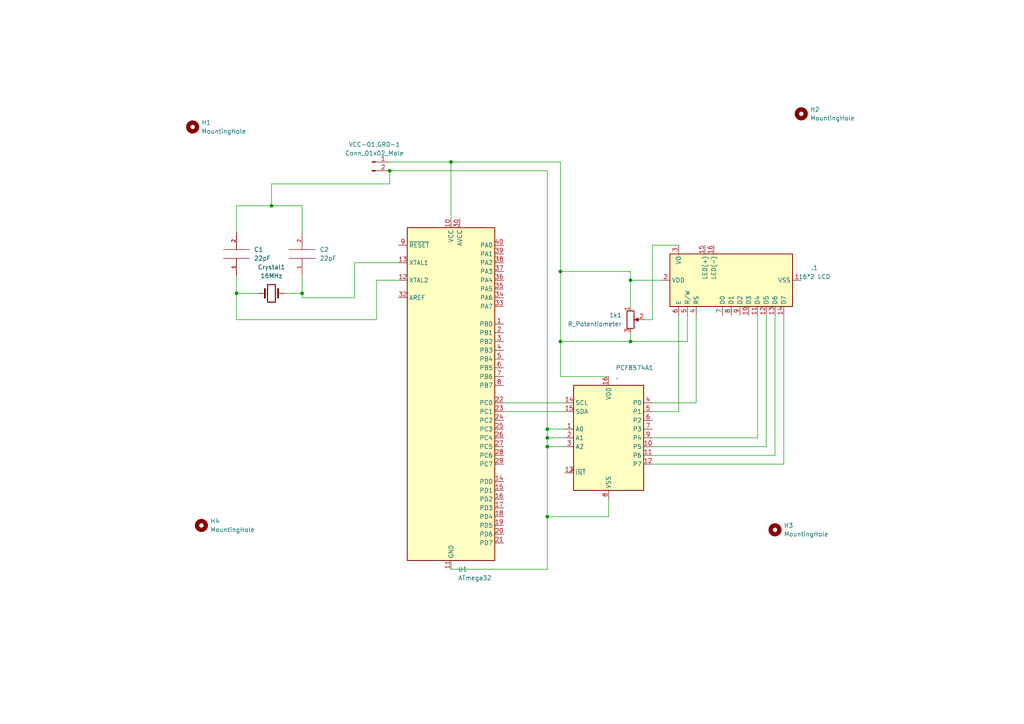
<source format=kicad_sch>
(kicad_sch (version 20211123) (generator eeschema)
  (paper "A4")
  (lib_symbols
    (symbol "Connector:Conn_01x02_Male" (pin_names (offset 1.016) hide)
      (property "Reference" "J" (at 0 2.54 0))
      (property "Value" "Conn_01x02_Male" (at 0 -5.08 0))
      (symbol "Conn_01x02_Male_1_1"
        (polyline (pts (xy 1.27 -2.54) (xy 0.8636 -2.54)) (stroke (width 0.1524)))
        (polyline (pts (xy 1.27 0) (xy 0.8636 0)) (stroke (width 0.1524)))
        (rectangle (start 0.8636 -2.413) (end 0 -2.667) (stroke (width 0.1524)) (fill (type outline)))
        (rectangle (start 0.8636 0.127) (end 0 -0.127) (stroke (width 0.1524)) (fill (type outline)))
        (pin passive line (at 5.08 0 180) (length 3.81) (name "Pin_1") (number "1"))
        (pin passive line (at 5.08 -2.54 180) (length 3.81) (name "Pin_2") (number "2"))
      )
    )
    (symbol "Device:Crystal" (pin_numbers hide) (pin_names (offset 1.016) hide)
      (property "Reference" "Y" (at 0 3.81 0))
      (property "Value" "Crystal" (at 0 -3.81 0))
      (symbol "Crystal_0_1"
        (rectangle (start -1.143 2.54) (end 1.143 -2.54) (stroke (width 0.3048)))
        (polyline (pts (xy -2.54 0) (xy -1.905 0)))
        (polyline (pts (xy -1.905 -1.27) (xy -1.905 1.27)) (stroke (width 0.508)))
        (polyline (pts (xy 1.905 -1.27) (xy 1.905 1.27)) (stroke (width 0.508)))
        (polyline (pts (xy 2.54 0) (xy 1.905 0)))
      )
      (symbol "Crystal_1_1"
        (pin passive line (at -3.81 0 0) (length 1.27) (name "1") (number "1"))
        (pin passive line (at 3.81 0 180) (length 1.27) (name "2") (number "2"))
      )
    )
    (symbol "Device:R_Potentiometer" (pin_names (offset 1.016) hide)
      (property "Reference" "RV" (at -4.445 0 90))
      (property "Value" "R_Potentiometer" (at -2.54 0 90))
      (symbol "R_Potentiometer_0_1"
        (polyline (pts (xy 2.54 0) (xy 1.524 0)))
        (polyline (pts (xy 1.143 0) (xy 2.286 0.508) (xy 2.286 -0.508) (xy 1.143 0)) (fill (type outline)))
        (rectangle (start 1.016 2.54) (end -1.016 -2.54) (stroke (width 0.254)))
      )
      (symbol "R_Potentiometer_1_1"
        (pin passive line (at 0 3.81 270) (length 1.27) (name "1") (number "1"))
        (pin passive line (at 3.81 0 180) (length 1.27) (name "2") (number "2"))
        (pin passive line (at 0 -3.81 90) (length 1.27) (name "3") (number "3"))
      )
    )
    (symbol "Display_Character:WC1602A"
      (property "Reference" "DS" (at -5.842 19.05 0))
      (property "Value" "WC1602A" (at 5.334 19.05 0))
      (symbol "WC1602A_1_1"
        (rectangle (start -7.62 17.78) (end 7.62 -17.78) (stroke (width 0.254)) (fill (type background)))
        (pin power_in line (at 0 -20.32 90) (length 2.54) (name "VSS") (number "1"))
        (pin input line (at -10.16 -5.08 0) (length 2.54) (name "D3") (number "10"))
        (pin input line (at -10.16 -7.62 0) (length 2.54) (name "D4") (number "11"))
        (pin input line (at -10.16 -10.16 0) (length 2.54) (name "D5") (number "12"))
        (pin input line (at -10.16 -12.7 0) (length 2.54) (name "D6") (number "13"))
        (pin input line (at -10.16 -15.24 0) (length 2.54) (name "D7") (number "14"))
        (pin power_in line (at 10.16 7.62 180) (length 2.54) (name "LED(+)") (number "15"))
        (pin power_in line (at 10.16 5.08 180) (length 2.54) (name "LED(-)") (number "16"))
        (pin power_in line (at 0 20.32 270) (length 2.54) (name "VDD") (number "2"))
        (pin input line (at 10.16 15.24 180) (length 2.54) (name "VO") (number "3"))
        (pin input line (at -10.16 10.16 0) (length 2.54) (name "RS") (number "4"))
        (pin input line (at -10.16 12.7 0) (length 2.54) (name "R/W") (number "5"))
        (pin input line (at -10.16 15.24 0) (length 2.54) (name "E") (number "6"))
        (pin input line (at -10.16 2.54 0) (length 2.54) (name "D0") (number "7"))
        (pin input line (at -10.16 0 0) (length 2.54) (name "D1") (number "8"))
        (pin input line (at -10.16 -2.54 0) (length 2.54) (name "D2") (number "9"))
      )
    )
    (symbol "Interface_Expansion:PCF8574A"
      (property "Reference" "U" (at -8.89 16.51 0))
      (property "Value" "PCF8574A" (at 2.54 16.51 0))
      (symbol "PCF8574A_0_1"
        (rectangle (start -10.16 15.24) (end 10.16 -15.24) (stroke (width 0.254)) (fill (type background)))
      )
      (symbol "PCF8574A_1_1"
        (pin input line (at -12.7 2.54 0) (length 2.54) (name "A0") (number "1"))
        (pin bidirectional line (at 12.7 -2.54 180) (length 2.54) (name "P5") (number "10"))
        (pin bidirectional line (at 12.7 -5.08 180) (length 2.54) (name "P6") (number "11"))
        (pin bidirectional line (at 12.7 -7.62 180) (length 2.54) (name "P7") (number "12"))
        (pin open_collector output_low (at -12.7 -10.16 0) (length 2.54) (name "~{INT}") (number "13"))
        (pin input line (at -12.7 10.16 0) (length 2.54) (name "SCL") (number "14"))
        (pin bidirectional line (at -12.7 7.62 0) (length 2.54) (name "SDA") (number "15"))
        (pin power_in line (at 0 17.78 270) (length 2.54) (name "VDD") (number "16"))
        (pin input line (at -12.7 0 0) (length 2.54) (name "A1") (number "2"))
        (pin input line (at -12.7 -2.54 0) (length 2.54) (name "A2") (number "3"))
        (pin bidirectional line (at 12.7 10.16 180) (length 2.54) (name "P0") (number "4"))
        (pin bidirectional line (at 12.7 7.62 180) (length 2.54) (name "P1") (number "5"))
        (pin bidirectional line (at 12.7 5.08 180) (length 2.54) (name "P2") (number "6"))
        (pin bidirectional line (at 12.7 2.54 180) (length 2.54) (name "P3") (number "7"))
        (pin power_in line (at 0 -17.78 90) (length 2.54) (name "VSS") (number "8"))
        (pin bidirectional line (at 12.7 0 180) (length 2.54) (name "P4") (number "9"))
      )
    )
    (symbol "MCU_Microchip_ATmega:ATmega32-16P"
      (property "Reference" "U" (at -12.7 49.53 0))
      (property "Value" "ATmega32-16P" (at 2.54 -49.53 0))
      (symbol "ATmega32-16P_0_1"
        (rectangle (start -12.7 -48.26) (end 12.7 48.26) (stroke (width 0.254)) (fill (type background)))
      )
      (symbol "ATmega32-16P_1_1"
        (pin bidirectional line (at 15.24 20.32 180) (length 2.54) (name "PB0") (number "1"))
        (pin power_in line (at 0 50.8 270) (length 2.54) (name "VCC") (number "10"))
        (pin power_in line (at 0 -50.8 90) (length 2.54) (name "GND") (number "11"))
        (pin output line (at -15.24 33.02 0) (length 2.54) (name "XTAL2") (number "12"))
        (pin input line (at -15.24 38.1 0) (length 2.54) (name "XTAL1") (number "13"))
        (pin bidirectional line (at 15.24 -25.4 180) (length 2.54) (name "PD0") (number "14"))
        (pin bidirectional line (at 15.24 -27.94 180) (length 2.54) (name "PD1") (number "15"))
        (pin bidirectional line (at 15.24 -30.48 180) (length 2.54) (name "PD2") (number "16"))
        (pin bidirectional line (at 15.24 -33.02 180) (length 2.54) (name "PD3") (number "17"))
        (pin bidirectional line (at 15.24 -35.56 180) (length 2.54) (name "PD4") (number "18"))
        (pin bidirectional line (at 15.24 -38.1 180) (length 2.54) (name "PD5") (number "19"))
        (pin bidirectional line (at 15.24 17.78 180) (length 2.54) (name "PB1") (number "2"))
        (pin bidirectional line (at 15.24 -40.64 180) (length 2.54) (name "PD6") (number "20"))
        (pin bidirectional line (at 15.24 -43.18 180) (length 2.54) (name "PD7") (number "21"))
        (pin bidirectional line (at 15.24 -2.54 180) (length 2.54) (name "PC0") (number "22"))
        (pin bidirectional line (at 15.24 -5.08 180) (length 2.54) (name "PC1") (number "23"))
        (pin bidirectional line (at 15.24 -7.62 180) (length 2.54) (name "PC2") (number "24"))
        (pin bidirectional line (at 15.24 -10.16 180) (length 2.54) (name "PC3") (number "25"))
        (pin bidirectional line (at 15.24 -12.7 180) (length 2.54) (name "PC4") (number "26"))
        (pin bidirectional line (at 15.24 -15.24 180) (length 2.54) (name "PC5") (number "27"))
        (pin bidirectional line (at 15.24 -17.78 180) (length 2.54) (name "PC6") (number "28"))
        (pin bidirectional line (at 15.24 -20.32 180) (length 2.54) (name "PC7") (number "29"))
        (pin bidirectional line (at 15.24 15.24 180) (length 2.54) (name "PB2") (number "3"))
        (pin power_in line (at 2.54 50.8 270) (length 2.54) (name "AVCC") (number "30"))
        (pin passive line (at 0 -50.8 90) (length 2.54) hide (name "GND") (number "31"))
        (pin passive line (at -15.24 27.94 0) (length 2.54) (name "AREF") (number "32"))
        (pin bidirectional line (at 15.24 25.4 180) (length 2.54) (name "PA7") (number "33"))
        (pin bidirectional line (at 15.24 27.94 180) (length 2.54) (name "PA6") (number "34"))
        (pin bidirectional line (at 15.24 30.48 180) (length 2.54) (name "PA5") (number "35"))
        (pin bidirectional line (at 15.24 33.02 180) (length 2.54) (name "PA4") (number "36"))
        (pin bidirectional line (at 15.24 35.56 180) (length 2.54) (name "PA3") (number "37"))
        (pin bidirectional line (at 15.24 38.1 180) (length 2.54) (name "PA2") (number "38"))
        (pin bidirectional line (at 15.24 40.64 180) (length 2.54) (name "PA1") (number "39"))
        (pin bidirectional line (at 15.24 12.7 180) (length 2.54) (name "PB3") (number "4"))
        (pin bidirectional line (at 15.24 43.18 180) (length 2.54) (name "PA0") (number "40"))
        (pin bidirectional line (at 15.24 10.16 180) (length 2.54) (name "PB4") (number "5"))
        (pin bidirectional line (at 15.24 7.62 180) (length 2.54) (name "PB5") (number "6"))
        (pin bidirectional line (at 15.24 5.08 180) (length 2.54) (name "PB6") (number "7"))
        (pin bidirectional line (at 15.24 2.54 180) (length 2.54) (name "PB7") (number "8"))
        (pin input line (at -15.24 43.18 0) (length 2.54) (name "~{RESET}") (number "9"))
      )
    )
    (symbol "Mechanical:MountingHole" (pin_names (offset 1.016))
      (property "Reference" "H" (at 0 5.08 0))
      (property "Value" "MountingHole" (at 0 3.175 0))
      (symbol "MountingHole_0_1"
        (circle (center 0 0) (radius 1.27) (stroke (width 1.27)))
      )
    )
    (symbol "pspice:CAP" (pin_names (offset 0.254))
      (property "Reference" "C" (at 2.54 3.81 90))
      (property "Value" "CAP" (at 2.54 -3.81 90))
      (symbol "CAP_0_1"
        (polyline (pts (xy -3.81 -1.27) (xy 3.81 -1.27)))
        (polyline (pts (xy -3.81 1.27) (xy 3.81 1.27)))
      )
      (symbol "CAP_1_1"
        (pin passive line (at 0 6.35 270) (length 5.08) (name "~") (number "1"))
        (pin passive line (at 0 -6.35 90) (length 5.08) (name "~") (number "2"))
      )
    )
  )
  (junction (at 158.75 129.54))
  (junction (at 158.75 149.86))
  (junction (at 78.74 59.69))
  (junction (at 87.63 85.09))
  (junction (at 162.56 78.74))
  (junction (at 182.88 81.28))
  (junction (at 162.56 99.06))
  (junction (at 130.81 46.99))
  (junction (at 158.75 124.46))
  (junction (at 182.88 99.06))
  (junction (at 158.75 127))
  (junction (at 68.58 85.09))
  (junction (at 113.03 49.53))
  (wire (pts (xy 189.23 71.12) (xy 189.23 92.71)))
  (wire (pts (xy 68.58 85.09) (xy 74.93 85.09)))
  (wire (pts (xy 158.75 129.54) (xy 163.83 129.54)))
  (wire (pts (xy 68.58 92.71) (xy 109.22 92.71)))
  (wire (pts (xy 162.56 99.06) (xy 182.88 99.06)))
  (wire (pts (xy 189.23 116.84) (xy 201.93 116.84)))
  (wire (pts (xy 219.71 91.44) (xy 219.71 127)))
  (wire (pts (xy 102.87 86.36) (xy 87.63 86.36)))
  (wire (pts (xy 182.88 99.06) (xy 199.39 99.06)))
  (wire (pts (xy 176.53 149.86) (xy 158.75 149.86)))
  (wire (pts (xy 68.58 59.69) (xy 68.58 67.31)))
  (wire (pts (xy 87.63 85.09) (xy 87.63 80.01)))
  (wire (pts (xy 224.79 132.08) (xy 224.79 91.44)))
  (wire (pts (xy 78.74 59.69) (xy 87.63 59.69)))
  (wire (pts (xy 146.05 119.38) (xy 163.83 119.38)))
  (wire (pts (xy 176.53 144.78) (xy 176.53 149.86)))
  (wire (pts (xy 189.23 132.08) (xy 224.79 132.08)))
  (wire (pts (xy 146.05 116.84) (xy 163.83 116.84)))
  (wire (pts (xy 68.58 80.01) (xy 68.58 85.09)))
  (wire (pts (xy 196.85 71.12) (xy 189.23 71.12)))
  (wire (pts (xy 113.03 49.53) (xy 113.03 53.34)))
  (wire (pts (xy 158.75 149.86) (xy 158.75 129.54)))
  (wire (pts (xy 113.03 46.99) (xy 130.81 46.99)))
  (wire (pts (xy 87.63 67.31) (xy 87.63 59.69)))
  (wire (pts (xy 182.88 96.52) (xy 182.88 99.06)))
  (wire (pts (xy 158.75 127) (xy 158.75 129.54)))
  (wire (pts (xy 158.75 49.53) (xy 113.03 49.53)))
  (wire (pts (xy 199.39 91.44) (xy 199.39 99.06)))
  (wire (pts (xy 130.81 46.99) (xy 162.56 46.99)))
  (wire (pts (xy 158.75 124.46) (xy 158.75 127)))
  (wire (pts (xy 222.25 91.44) (xy 222.25 129.54)))
  (wire (pts (xy 182.88 81.28) (xy 191.77 81.28)))
  (wire (pts (xy 158.75 165.1) (xy 158.75 149.86)))
  (wire (pts (xy 102.87 76.2) (xy 102.87 86.36)))
  (wire (pts (xy 163.83 124.46) (xy 158.75 124.46)))
  (wire (pts (xy 109.22 92.71) (xy 109.22 81.28)))
  (wire (pts (xy 162.56 99.06) (xy 162.56 78.74)))
  (wire (pts (xy 201.93 116.84) (xy 201.93 91.44)))
  (wire (pts (xy 162.56 78.74) (xy 182.88 78.74)))
  (wire (pts (xy 130.81 165.1) (xy 158.75 165.1)))
  (wire (pts (xy 219.71 127) (xy 189.23 127)))
  (wire (pts (xy 158.75 127) (xy 163.83 127)))
  (wire (pts (xy 113.03 53.34) (xy 78.74 53.34)))
  (wire (pts (xy 162.56 46.99) (xy 162.56 78.74)))
  (wire (pts (xy 189.23 92.71) (xy 186.69 92.71)))
  (wire (pts (xy 78.74 53.34) (xy 78.74 59.69)))
  (wire (pts (xy 68.58 59.69) (xy 78.74 59.69)))
  (wire (pts (xy 189.23 119.38) (xy 196.85 119.38)))
  (wire (pts (xy 130.81 63.5) (xy 130.81 46.99)))
  (wire (pts (xy 109.22 81.28) (xy 115.57 81.28)))
  (wire (pts (xy 227.33 91.44) (xy 227.33 134.62)))
  (wire (pts (xy 222.25 129.54) (xy 189.23 129.54)))
  (wire (pts (xy 182.88 78.74) (xy 182.88 81.28)))
  (wire (pts (xy 115.57 76.2) (xy 102.87 76.2)))
  (wire (pts (xy 68.58 85.09) (xy 68.58 92.71)))
  (wire (pts (xy 196.85 119.38) (xy 196.85 91.44)))
  (wire (pts (xy 227.33 134.62) (xy 189.23 134.62)))
  (wire (pts (xy 182.88 81.28) (xy 182.88 88.9)))
  (wire (pts (xy 162.56 109.22) (xy 162.56 99.06)))
  (wire (pts (xy 82.55 85.09) (xy 87.63 85.09)))
  (wire (pts (xy 158.75 124.46) (xy 158.75 49.53)))
  (wire (pts (xy 176.53 109.22) (xy 162.56 109.22)))
  (wire (pts (xy 87.63 86.36) (xy 87.63 85.09)))
  (symbol (lib_id "MCU_Microchip_ATmega:ATmega32-16P") (at 130.81 114.3 0) (unit 1)
    (property "Reference" "U1" (at 132.8294 165.1 0) (effects (justify left)))
    (property "Value" "ATmega32" (at 132.8294 167.64 0) (effects (justify left)))
    (property "Footprint" "Package_DIP:DIP-40_W15.24mm" (effects hide))
    (property "Datasheet" "http://ww1.microchip.com/downloads/en/DeviceDoc/doc2503.pdf" (effects hide))
  )
  (symbol (lib_id "Mechanical:MountingHole") (at 232.41 33.02 0) (unit 1)
    (property "Reference" "H2" (at 234.95 31.7499 0) (effects (justify left)))
    (property "Value" "MountingHole" (at 234.95 34.2899 0) (effects (justify left)))
    (property "Footprint" "MountingHole:MountingHole_2.7mm" (effects hide))
  )
  (symbol (lib_id "Mechanical:MountingHole") (at 58.42 152.4 0) (unit 1)
    (property "Reference" "H4" (at 60.96 151.1299 0) (effects (justify left)))
    (property "Value" "MountingHole" (at 60.96 153.6699 0) (effects (justify left)))
    (property "Footprint" "MountingHole:MountingHole_2.7mm" (effects hide))
  )
  (symbol (lib_id "Mechanical:MountingHole") (at 55.88 36.83 0) (unit 1)
    (property "Reference" "H1" (at 58.42 35.5599 0) (effects (justify left)))
    (property "Value" "MountingHole" (at 58.42 38.0999 0) (effects (justify left)))
    (property "Footprint" "MountingHole:MountingHole_2.7mm" (effects hide))
  )
  (symbol (lib_id "pspice:CAP") (at 87.63 73.66 180) (unit 1)
    (property "Reference" "C2" (at 92.71 72.3899 0) (effects (justify right)))
    (property "Value" "22pF" (at 92.71 74.9299 0) (effects (justify right)))
    (property "Footprint" "Capacitor_THT:CP_Axial_L10.0mm_D4.5mm_P15.00mm_Horizontal" (effects hide))
  )
  (symbol (lib_id "Interface_Expansion:PCF8574A") (at 176.53 127 0) (unit 1)
    (property "Reference" "PCF8574A1" (at 178.5494 106.68 0) (effects (justify left)))
    (property "Value" "." (at 178.5494 109.22 0) (effects (justify left)))
    (property "Footprint" "Connector_PinHeader_2.54mm:PinHeader_2x08_P2.54mm_Vertical" (effects hide))
    (property "Datasheet" "http://www.nxp.com/documents/data_sheet/PCF8574_PCF8574A.pdf" (effects hide))
  )
  (symbol (lib_id "pspice:CAP") (at 68.58 73.66 180) (unit 1)
    (property "Reference" "C1" (at 73.66 72.3899 0) (effects (justify right)))
    (property "Value" "22pF" (at 73.66 74.9299 0) (effects (justify right)))
    (property "Footprint" "Capacitor_THT:CP_Axial_L10.0mm_D4.5mm_P15.00mm_Horizontal" (effects hide))
  )
  (symbol (lib_id "Mechanical:MountingHole") (at 224.79 153.67 0) (unit 1)
    (property "Reference" "H3" (at 227.33 152.3999 0) (effects (justify left)))
    (property "Value" "MountingHole" (at 227.33 154.9399 0) (effects (justify left)))
    (property "Footprint" "MountingHole:MountingHole_2.7mm" (effects hide))
  )
  (symbol (lib_id "Display_Character:WC1602A") (at 212.09 81.28 90) (unit 1)
    (property "Reference" ".1" (at 236.22 77.6986 90))
    (property "Value" "16*2 LCD" (at 236.22 80.2386 90))
    (property "Footprint" "Connector_PinHeader_2.54mm:PinHeader_1x16_P2.54mm_Vertical" (effects hide))
    (property "Datasheet" "http://www.wincomlcd.com/pdf/WC1602A-SFYLYHTC06.pdf" (effects hide))
  )
  (symbol (lib_id "Device:Crystal") (at 78.74 85.09 0) (unit 1)
    (property "Reference" "Crystal1" (at 78.74 77.47 0))
    (property "Value" "16MHz" (at 78.74 80.01 0))
    (property "Footprint" "Crystal:Crystal_AT310_D3.0mm_L10.0mm_Horizontal" (effects hide))
  )
  (symbol (lib_id "Connector:Conn_01x02_Male") (at 107.95 46.99 0) (unit 1)
    (property "Reference" "VCC-01,GRD-1" (at 108.585 41.91 0))
    (property "Value" "Conn_01x02_Male" (at 108.585 44.45 0))
    (property "Footprint" "Connector_PinHeader_2.00mm:PinHeader_1x02_P2.00mm_Horizontal" (effects hide))
  )
  (symbol (lib_id "Device:R_Potentiometer") (at 182.88 92.71 0) (unit 1)
    (property "Reference" "1k1" (at 180.34 91.4399 0) (effects (justify right)))
    (property "Value" "R_Potentiometer" (at 180.34 93.9799 0) (effects (justify right)))
    (property "Footprint" "Potentiometer_THT:Potentiometer_ACP_CA6-H2,5_Horizontal" (effects hide))
  )
)
</source>
